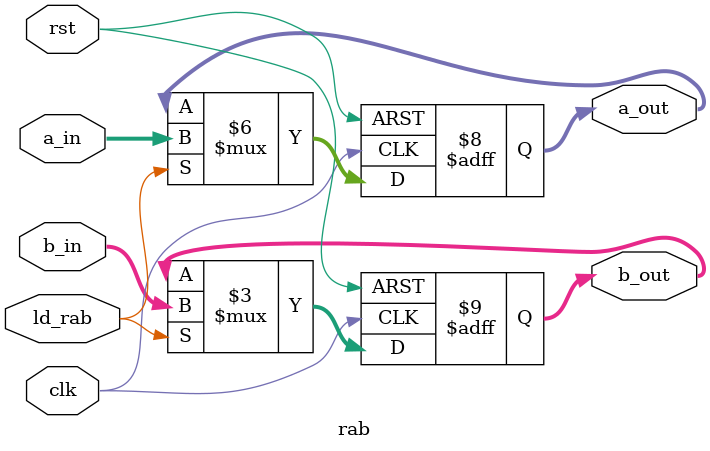
<source format=v>
/* 16bit Ra Rb Register (DFF) */

module rab (clk, rst, ld_rab, a_in, b_in, a_out, b_out);
		input clk, rst;
		input ld_rab;
		input [15:0] a_in, b_in;
		wire [15:0] a_in, b_in;
		output [15:0]	a_out, b_out;
		reg [15:0]	a_out, b_out;
		
		always @(posedge rst or posedge clk) begin
			if (rst) begin
				a_out <= 16'b0000_0000_0000_0000;
				b_out <= 16'b0000_0000_0000_0000;
			end else if (ld_rab) begin
				a_out = a_in;
				b_out = b_in;
			end
		end
endmodule
</source>
